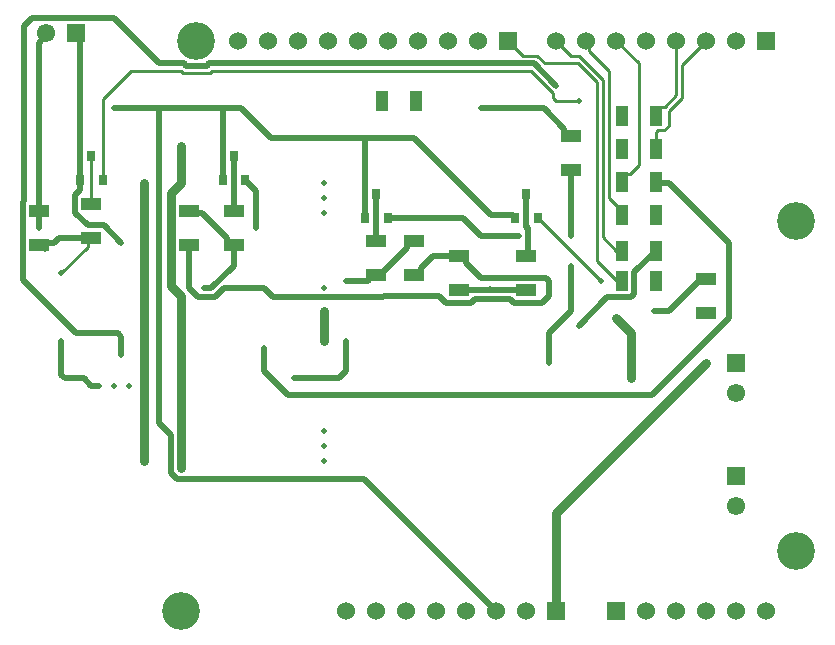
<source format=gbr>
%TF.GenerationSoftware,Altium Limited,Altium Designer,19.1.8 (144)*%
G04 Layer_Physical_Order=2*
G04 Layer_Color=16711680*
%FSLAX26Y26*%
%MOIN*%
%TF.FileFunction,Copper,L2,Bot,Signal*%
%TF.Part,Single*%
G01*
G75*
%TA.AperFunction,Conductor*%
%ADD13C,0.020000*%
%ADD14C,0.030000*%
%ADD15C,0.010000*%
%TA.AperFunction,ComponentPad*%
%ADD17C,0.061024*%
%ADD18R,0.061024X0.061024*%
%ADD19R,0.061024X0.061024*%
%ADD20C,0.060000*%
%ADD21R,0.060000X0.060000*%
%TA.AperFunction,ViaPad*%
%ADD22C,0.125984*%
%ADD23C,0.020000*%
%TA.AperFunction,SMDPad,CuDef*%
%ADD24R,0.066929X0.043307*%
%ADD25R,0.043307X0.066929*%
%ADD26R,0.031496X0.035433*%
D13*
X975000Y875000D02*
X1075000D01*
X925000D02*
X975000D01*
X1100000Y950000D02*
Y1000000D01*
Y900000D02*
Y950000D01*
X1075000Y875000D02*
X1100000Y900000D01*
X2132087Y1517355D02*
X2139732Y1525000D01*
X2120000Y820000D02*
X2375000Y1075000D01*
X825000Y900000D02*
X905000Y820000D01*
X2120000D01*
X250000Y850000D02*
X275000D01*
X150000Y950000D02*
Y1000000D01*
Y900000D02*
Y950000D01*
Y886716D02*
Y900000D01*
X225000Y875000D02*
X250000Y850000D01*
X161716Y875000D02*
X225000D01*
X150000Y886716D02*
X161716Y875000D01*
X2175000Y1100000D02*
X2270433Y1195433D01*
X2288346D01*
X2300000Y1207087D01*
X2125000Y1100000D02*
X2175000D01*
X1658251Y1126260D02*
X1751260D01*
X1775000Y1150000D01*
X855000Y1145000D02*
X1220969D01*
X1225969Y1150000D02*
X1409511D01*
X1220969Y1145000D02*
X1225969Y1150000D01*
X2375000Y1075000D02*
Y1325000D01*
X2175000Y1525000D02*
X2375000Y1325000D01*
X475000Y1775000D02*
X750000D01*
X325000D02*
X475000D01*
Y725000D02*
Y1775000D01*
Y725000D02*
X515000Y685000D01*
Y560503D02*
Y685000D01*
Y560503D02*
X535503Y540000D01*
X1160000D01*
X1600000Y100000D01*
X1325000Y1217913D02*
X1336811D01*
X825000Y1175000D02*
X855000Y1145000D01*
X1409511Y1150000D02*
X1433251Y1126260D01*
X1528402Y1137913D02*
X1646598D01*
X1658251Y1126260D01*
X1516749D02*
X1528402Y1137913D01*
X1433251Y1126260D02*
X1516749D01*
X75000Y1375000D02*
Y1432087D01*
X100000Y2017772D02*
Y2025000D01*
X75000Y1992772D02*
X100000Y2017772D01*
X75000Y1432087D02*
Y1992772D01*
X1705000Y1287087D02*
Y1375000D01*
X1700000Y1380000D02*
X1705000Y1375000D01*
X1700000Y1380000D02*
Y1489370D01*
Y1282087D02*
X1705000Y1287087D01*
X1550000Y1350000D02*
X1675000D01*
X1489370Y1410630D02*
X1550000Y1350000D01*
X1237402Y1410630D02*
X1489370D01*
X1875000Y1050000D02*
X1969452Y1144452D01*
X2047851D01*
X2059567Y1156167D01*
Y1227480D01*
X2132087Y1300000D01*
X125229Y1325229D02*
X142913Y1342913D01*
X250000D01*
X82316Y1325229D02*
X125229D01*
X75000Y1317913D02*
X82316Y1325229D01*
X83162Y1317913D02*
X94816Y1306260D01*
X75000Y1317913D02*
X83162D01*
X1765433Y1209567D02*
X1775000Y1200000D01*
X1547520Y1209567D02*
X1765433D01*
X1498465Y1258622D02*
X1547520Y1209567D01*
X1498465Y1258622D02*
Y1270433D01*
X1486811Y1282087D02*
X1498465Y1270433D01*
X1475000Y1282087D02*
X1486811D01*
X1775000Y1150000D02*
Y1200000D01*
X798032Y1376968D02*
Y1500000D01*
Y1376968D02*
X800000Y1375000D01*
X770118Y1527913D02*
X798032Y1500000D01*
X768150Y1527913D02*
X770118D01*
X762402Y1533661D02*
X768150Y1527913D01*
X762402Y1533661D02*
Y1535630D01*
X642369Y1925000D02*
X1725000D01*
X634376Y1917008D02*
X642369Y1925000D01*
X565624Y1917008D02*
X634376D01*
X557631Y1925000D02*
X565624Y1917008D01*
X475000Y1925000D02*
X557631D01*
X1725000D02*
X1800000Y1850000D01*
X325000Y2075000D02*
X475000Y1925000D01*
X1100000Y1200000D02*
X1170276D01*
X1188189Y1217913D01*
X1200000D01*
X1211811D01*
X1223465Y1229567D01*
Y1230551D01*
X1301535Y1308622D01*
Y1320433D01*
X1313189Y1332087D01*
X1325000D01*
X1348465Y1241378D02*
X1389173Y1282087D01*
X1348465Y1229567D02*
Y1241378D01*
X1336811Y1217913D02*
X1348465Y1229567D01*
X1389173Y1282087D02*
X1475000D01*
Y1167913D02*
X1575000D01*
X1578543Y1171457D01*
X750000Y1775000D02*
X850000Y1675000D01*
X1162599D01*
X1325000D02*
X1581653Y1418347D01*
X1162599Y1675000D02*
X1325000D01*
X1162599Y1410630D02*
Y1675000D01*
X1581653Y1418347D02*
X1656850D01*
X1662599Y1412598D01*
Y1410630D02*
Y1412598D01*
X687598Y1535630D02*
Y1762599D01*
X350000Y1325000D02*
Y1326316D01*
X291749Y1384567D02*
X350000Y1326316D01*
X239117Y1384567D02*
X291749D01*
X196535Y1427149D02*
X239117Y1384567D01*
X196535Y1427149D02*
Y1487024D01*
X210924Y1501413D01*
Y1533956D01*
X212599Y1535630D01*
X1550000Y1775000D02*
X1757087D01*
X1826535Y1705551D01*
Y1693740D02*
Y1705551D01*
Y1693740D02*
X1838189Y1682087D01*
X1850000D01*
Y1350000D02*
Y1567913D01*
Y1100000D02*
Y1250000D01*
X1775000Y1025000D02*
X1850000Y1100000D01*
X1775000Y975000D02*
Y1025000D01*
Y925000D02*
Y975000D01*
X2139732Y1525000D02*
X2175000D01*
X2132087Y1517355D02*
Y1529166D01*
X825000Y900000D02*
Y975000D01*
X350000Y1000000D02*
Y1013284D01*
Y953543D02*
Y1000000D01*
X239308Y2075000D02*
X325000D01*
X238796Y2075512D02*
X239308Y2075000D01*
X25000Y2050000D02*
X50512Y2075512D01*
X238796D01*
X21535Y1462024D02*
X25000Y1465489D01*
Y2050000D01*
X21535Y1203465D02*
X200000Y1025000D01*
X21535Y1203465D02*
Y1462024D01*
X338284Y1025000D02*
X350000Y1013284D01*
X200000Y1025000D02*
X338284D01*
X617913Y1425000D02*
X701535Y1341378D01*
X585827Y1425000D02*
X617913D01*
X713189Y1317913D02*
X725000D01*
X701535Y1329567D02*
X713189Y1317913D01*
X701535Y1329567D02*
Y1341378D01*
X692426Y1175000D02*
X825000D01*
X662426Y1145000D02*
X692426Y1175000D01*
X605000Y1145000D02*
X662426D01*
X575000Y1175000D02*
X605000Y1145000D01*
X575000Y1175000D02*
Y1300000D01*
X625000Y1175000D02*
X650000D01*
X725000Y1250000D01*
Y1317913D01*
Y1432087D02*
Y1614370D01*
X1582087Y1167913D02*
X1700000D01*
X1200000Y1332087D02*
Y1489370D01*
X212599Y1774016D02*
Y2012401D01*
Y1535630D02*
Y1774016D01*
D14*
X1800000Y425000D02*
X2300000Y925000D01*
X1800000Y100000D02*
Y425000D01*
X2000000Y1075000D02*
X2049497Y1025503D01*
Y875000D02*
Y1025503D01*
X1025000Y1000000D02*
Y1100000D01*
X550000Y1525000D02*
Y1650000D01*
Y675000D02*
Y1150503D01*
Y625000D02*
Y675000D01*
Y575000D02*
Y625000D01*
X516535Y1491535D02*
X550000Y1525000D01*
X516535Y1183967D02*
Y1491535D01*
Y1183967D02*
X550000Y1150503D01*
X425000Y1475000D02*
Y1525000D01*
Y1425000D02*
Y1475000D01*
Y600000D02*
Y1425000D01*
D15*
X1789645Y1810355D02*
Y1825000D01*
X1714645Y1900000D02*
X1789645Y1825000D01*
X1800000Y1800000D02*
X1875000D01*
X1789645Y1810355D02*
X1800000Y1800000D01*
X652724Y1900000D02*
X1714645D01*
X644732Y1892008D02*
X652724Y1900000D01*
X555268Y1892008D02*
X644732D01*
X547276Y1900000D02*
X555268Y1892008D01*
X380858Y1900000D02*
X547276D01*
X287402Y1806544D02*
X380858Y1900000D01*
X1760355Y1925000D02*
X1871716D01*
X1735355Y1950000D02*
X1760355Y1925000D01*
X1690000Y1950000D02*
X1735355D01*
X1640000Y2000000D02*
X1690000Y1950000D01*
X1750118Y1397913D02*
X1950000Y1198032D01*
X1748150Y1397913D02*
X1750118D01*
X1935000Y1265000D02*
Y1861716D01*
Y1265000D02*
X2002084Y1197916D01*
X1737402Y1408661D02*
X1748150Y1397913D01*
X1737402Y1408661D02*
Y1410630D01*
X1875000Y1800000D02*
Y1800000D01*
X287402Y1535630D02*
Y1806544D01*
X200000Y2025000D02*
X212599Y2012401D01*
X250000Y1457087D02*
Y1614370D01*
X150000Y1225000D02*
X237118Y1312118D01*
Y1330031D01*
X250000Y1342913D01*
X2000000Y2000000D02*
X2075000Y1925000D01*
Y1586253D02*
Y1925000D01*
X2046079Y1557332D02*
X2075000Y1586253D01*
X2034567Y1557332D02*
X2046079D01*
X2017913Y1540678D02*
X2034567Y1557332D01*
X2017913Y1529166D02*
Y1540678D01*
X1955000Y1345000D02*
X1999811Y1300189D01*
X1955000Y1345000D02*
Y1870000D01*
X1999811Y1300189D02*
X2017725D01*
X2002084Y1197916D02*
X2017913D01*
X1871716Y1925000D02*
X1935000Y1861716D01*
X1850000Y1950000D02*
X1875000D01*
X1800000Y2000000D02*
X1850000Y1950000D01*
X1875000D02*
X1955000Y1870000D01*
X2017725Y1300189D02*
X2017913Y1300000D01*
X1909320Y1965680D02*
X1975000Y1900000D01*
X1909320Y1965680D02*
Y1990680D01*
X1900000Y2000000D02*
X1909320Y1990680D01*
X1975000Y1475000D02*
Y1900000D01*
Y1475000D02*
X2001260Y1448740D01*
Y1435403D02*
Y1448740D01*
Y1435403D02*
X2017913Y1418749D01*
X2132087Y1639583D02*
Y1695678D01*
Y1637500D02*
Y1639583D01*
X2175000Y1764629D02*
X2220000Y1809629D01*
X2175000Y1716582D02*
Y1764629D01*
X2159953Y1701535D02*
X2175000Y1716582D01*
X2220000Y1920000D02*
X2300000Y2000000D01*
X2220000Y1809629D02*
Y1920000D01*
X2137945Y1701535D02*
X2159953D01*
X2132087Y1695678D02*
X2137945Y1701535D01*
X2160252Y1778166D02*
X2200000Y1817913D01*
X2148740Y1778166D02*
X2160252D01*
X2132087Y1761512D02*
X2148740Y1778166D01*
X2132087Y1750000D02*
Y1761512D01*
X2200000Y1817913D02*
Y2000000D01*
D17*
X100000Y2025000D02*
D03*
X2400000Y825000D02*
D03*
Y450000D02*
D03*
D18*
X200000Y2025000D02*
D03*
D19*
X2400000Y925000D02*
D03*
Y550000D02*
D03*
D20*
X1600000Y100000D02*
D03*
X1700000D02*
D03*
X1100000D02*
D03*
X1200000D02*
D03*
X1300000D02*
D03*
X1400000D02*
D03*
X1500000D02*
D03*
X2300000Y2000000D02*
D03*
X2400000D02*
D03*
X1800000D02*
D03*
X1900000D02*
D03*
X2000000D02*
D03*
X2100000D02*
D03*
X2200000D02*
D03*
X740000D02*
D03*
X840000D02*
D03*
X940000D02*
D03*
X1040000D02*
D03*
X1140000D02*
D03*
X1240000D02*
D03*
X1340000D02*
D03*
X1440000D02*
D03*
X1540000D02*
D03*
X2500000Y100000D02*
D03*
X2400000D02*
D03*
X2300000D02*
D03*
X2200000D02*
D03*
X2100000D02*
D03*
D21*
X1800000D02*
D03*
X2500000Y2000000D02*
D03*
X1640000D02*
D03*
X2000000Y100000D02*
D03*
D22*
X600000Y2000000D02*
D03*
X550000Y100000D02*
D03*
X2600000Y1400000D02*
D03*
Y300000D02*
D03*
D23*
X975000Y875000D02*
D03*
X1100000Y900000D02*
D03*
Y950000D02*
D03*
Y1000000D02*
D03*
X925000Y875000D02*
D03*
X375000Y850000D02*
D03*
X325000D02*
D03*
X275000D02*
D03*
X150000Y1000000D02*
D03*
Y900000D02*
D03*
Y950000D02*
D03*
X2125000Y1100000D02*
D03*
X2300000Y1092913D02*
D03*
Y925000D02*
D03*
X2000000Y1075000D02*
D03*
X2049497Y875000D02*
D03*
X1025000Y1100000D02*
D03*
Y1175000D02*
D03*
Y1000000D02*
D03*
Y1525000D02*
D03*
Y1475000D02*
D03*
Y1425000D02*
D03*
Y600000D02*
D03*
Y650000D02*
D03*
Y700000D02*
D03*
X550000Y575000D02*
D03*
Y625000D02*
D03*
Y675000D02*
D03*
Y1650000D02*
D03*
X425000Y600000D02*
D03*
Y650000D02*
D03*
Y700000D02*
D03*
Y1425000D02*
D03*
Y1475000D02*
D03*
Y1525000D02*
D03*
X1325000Y1225000D02*
D03*
X575000Y1313284D02*
D03*
X75000Y1375000D02*
D03*
X1675000Y1350000D02*
D03*
X1875000Y1050000D02*
D03*
X1775000Y1150000D02*
D03*
Y1200000D02*
D03*
X800000Y1375000D02*
D03*
X1225000Y1800000D02*
D03*
X1325000D02*
D03*
X2125000Y1425000D02*
D03*
X350000Y1325000D02*
D03*
X1550000Y1775000D02*
D03*
X1850000Y1350000D02*
D03*
Y1250000D02*
D03*
X1775000Y925000D02*
D03*
Y975000D02*
D03*
X825000Y900000D02*
D03*
Y975000D02*
D03*
X2025000Y1750000D02*
D03*
X1800000Y1850000D02*
D03*
X350000Y953543D02*
D03*
Y1000000D02*
D03*
X825000Y1175000D02*
D03*
X625000D02*
D03*
X2132087Y1197916D02*
D03*
X1950000Y1198032D02*
D03*
X1578543Y1171457D02*
D03*
X1100000Y1200000D02*
D03*
X212599Y1774016D02*
D03*
X325000Y1775000D02*
D03*
X1875000Y1800000D02*
D03*
X2017913Y1639583D02*
D03*
X150000Y1225000D02*
D03*
D24*
X2300000Y1207087D02*
D03*
Y1092913D02*
D03*
X1850000Y1567913D02*
D03*
Y1682087D02*
D03*
X725000Y1317913D02*
D03*
Y1432087D02*
D03*
X1700000Y1167913D02*
D03*
Y1282087D02*
D03*
X575000Y1317913D02*
D03*
Y1432087D02*
D03*
X75000Y1317913D02*
D03*
Y1432087D02*
D03*
X250000Y1457087D02*
D03*
Y1342913D02*
D03*
X1475000Y1282087D02*
D03*
Y1167913D02*
D03*
X1325000Y1332087D02*
D03*
Y1217913D02*
D03*
X1200000Y1332087D02*
D03*
Y1217913D02*
D03*
D25*
X1217913Y1800000D02*
D03*
X1332086D02*
D03*
X2132087Y1749999D02*
D03*
X2017913D02*
D03*
Y1418749D02*
D03*
X2132087D02*
D03*
Y1529166D02*
D03*
X2017913D02*
D03*
X2132087Y1197916D02*
D03*
X2017913D02*
D03*
X2132087Y1639583D02*
D03*
X2017913D02*
D03*
Y1300000D02*
D03*
X2132087D02*
D03*
D26*
X1237402Y1410630D02*
D03*
X1162599D02*
D03*
X1200000Y1489370D02*
D03*
X1737402Y1410630D02*
D03*
X1662599D02*
D03*
X1700000Y1489370D02*
D03*
X762402Y1535630D02*
D03*
X687598D02*
D03*
X725000Y1614370D02*
D03*
X287402Y1535630D02*
D03*
X212599D02*
D03*
X250000Y1614370D02*
D03*
%TF.MD5,ae82a10f86548c52f8bbd08abecc06f5*%
M02*

</source>
